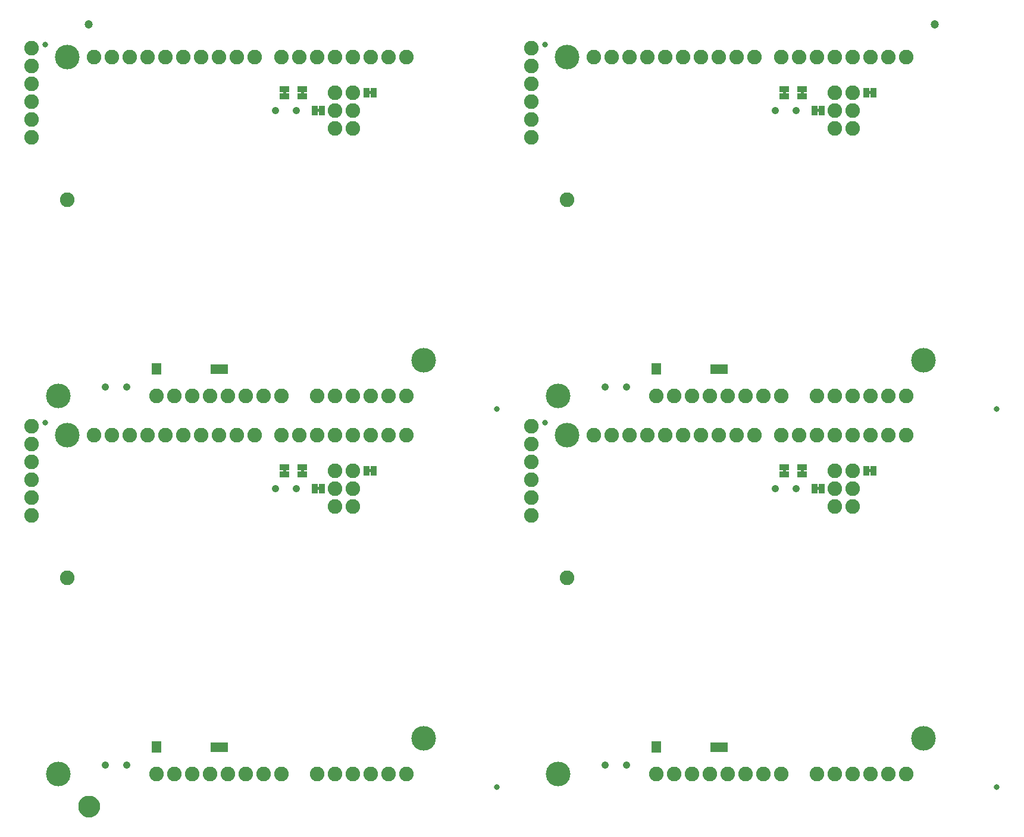
<source format=gbs>
G75*
%MOIN*%
%OFA0B0*%
%FSLAX25Y25*%
%IPPOS*%
%LPD*%
%AMOC8*
5,1,8,0,0,1.08239X$1,22.5*
%
%ADD10C,0.08200*%
%ADD11C,0.04146*%
%ADD12R,0.05800X0.03300*%
%ADD13C,0.00500*%
%ADD14R,0.03300X0.05800*%
%ADD15C,0.13800*%
%ADD16C,0.03300*%
%ADD17C,0.04737*%
%ADD18C,0.05000*%
%ADD19C,0.06706*%
D10*
X0137524Y0038500D03*
X0147524Y0038500D03*
X0157524Y0038500D03*
X0167524Y0038500D03*
X0177524Y0038500D03*
X0187524Y0038500D03*
X0197524Y0038500D03*
X0207524Y0038500D03*
X0227524Y0038500D03*
X0237524Y0038500D03*
X0247524Y0038500D03*
X0257524Y0038500D03*
X0267524Y0038500D03*
X0277524Y0038500D03*
X0417524Y0038500D03*
X0427524Y0038500D03*
X0437524Y0038500D03*
X0447524Y0038500D03*
X0457524Y0038500D03*
X0467524Y0038500D03*
X0477524Y0038500D03*
X0487524Y0038500D03*
X0507524Y0038500D03*
X0517524Y0038500D03*
X0527524Y0038500D03*
X0537524Y0038500D03*
X0547524Y0038500D03*
X0557524Y0038500D03*
X0367524Y0148500D03*
X0347524Y0183500D03*
X0347524Y0193500D03*
X0347524Y0203500D03*
X0347524Y0213500D03*
X0347524Y0223500D03*
X0347524Y0233500D03*
X0382524Y0228500D03*
X0392524Y0228500D03*
X0402524Y0228500D03*
X0412524Y0228500D03*
X0422524Y0228500D03*
X0432524Y0228500D03*
X0442524Y0228500D03*
X0452524Y0228500D03*
X0462524Y0228500D03*
X0472524Y0228500D03*
X0487524Y0228500D03*
X0497524Y0228500D03*
X0507524Y0228500D03*
X0517524Y0228500D03*
X0527524Y0228500D03*
X0537524Y0228500D03*
X0547524Y0228500D03*
X0557524Y0228500D03*
X0557524Y0250500D03*
X0547524Y0250500D03*
X0537524Y0250500D03*
X0527524Y0250500D03*
X0517524Y0250500D03*
X0507524Y0250500D03*
X0487524Y0250500D03*
X0477524Y0250500D03*
X0467524Y0250500D03*
X0457524Y0250500D03*
X0447524Y0250500D03*
X0437524Y0250500D03*
X0427524Y0250500D03*
X0417524Y0250500D03*
X0517524Y0208500D03*
X0527524Y0208500D03*
X0527524Y0198500D03*
X0517524Y0198500D03*
X0517524Y0188500D03*
X0527524Y0188500D03*
X0277524Y0228500D03*
X0267524Y0228500D03*
X0257524Y0228500D03*
X0247524Y0228500D03*
X0237524Y0228500D03*
X0227524Y0228500D03*
X0217524Y0228500D03*
X0207524Y0228500D03*
X0192524Y0228500D03*
X0182524Y0228500D03*
X0172524Y0228500D03*
X0162524Y0228500D03*
X0152524Y0228500D03*
X0142524Y0228500D03*
X0132524Y0228500D03*
X0122524Y0228500D03*
X0112524Y0228500D03*
X0102524Y0228500D03*
X0067524Y0223500D03*
X0067524Y0213500D03*
X0067524Y0203500D03*
X0067524Y0193500D03*
X0067524Y0183500D03*
X0087524Y0148500D03*
X0067524Y0233500D03*
X0137524Y0250500D03*
X0147524Y0250500D03*
X0157524Y0250500D03*
X0167524Y0250500D03*
X0177524Y0250500D03*
X0187524Y0250500D03*
X0197524Y0250500D03*
X0207524Y0250500D03*
X0227524Y0250500D03*
X0237524Y0250500D03*
X0247524Y0250500D03*
X0257524Y0250500D03*
X0267524Y0250500D03*
X0277524Y0250500D03*
X0247524Y0208500D03*
X0247524Y0198500D03*
X0247524Y0188500D03*
X0237524Y0188500D03*
X0237524Y0198500D03*
X0237524Y0208500D03*
X0367524Y0360500D03*
X0347524Y0395500D03*
X0347524Y0405500D03*
X0347524Y0415500D03*
X0347524Y0425500D03*
X0347524Y0435500D03*
X0347524Y0445500D03*
X0382524Y0440500D03*
X0392524Y0440500D03*
X0402524Y0440500D03*
X0412524Y0440500D03*
X0422524Y0440500D03*
X0432524Y0440500D03*
X0442524Y0440500D03*
X0452524Y0440500D03*
X0462524Y0440500D03*
X0472524Y0440500D03*
X0487524Y0440500D03*
X0497524Y0440500D03*
X0507524Y0440500D03*
X0517524Y0440500D03*
X0527524Y0440500D03*
X0537524Y0440500D03*
X0547524Y0440500D03*
X0557524Y0440500D03*
X0527524Y0420500D03*
X0517524Y0420500D03*
X0517524Y0410500D03*
X0527524Y0410500D03*
X0527524Y0400500D03*
X0517524Y0400500D03*
X0277524Y0440500D03*
X0267524Y0440500D03*
X0257524Y0440500D03*
X0247524Y0440500D03*
X0237524Y0440500D03*
X0227524Y0440500D03*
X0217524Y0440500D03*
X0207524Y0440500D03*
X0192524Y0440500D03*
X0182524Y0440500D03*
X0172524Y0440500D03*
X0162524Y0440500D03*
X0152524Y0440500D03*
X0142524Y0440500D03*
X0132524Y0440500D03*
X0122524Y0440500D03*
X0112524Y0440500D03*
X0102524Y0440500D03*
X0067524Y0435500D03*
X0067524Y0425500D03*
X0067524Y0415500D03*
X0067524Y0405500D03*
X0067524Y0395500D03*
X0087524Y0360500D03*
X0067524Y0445500D03*
X0237524Y0420500D03*
X0247524Y0420500D03*
X0247524Y0410500D03*
X0247524Y0400500D03*
X0237524Y0400500D03*
X0237524Y0410500D03*
D11*
X0215929Y0410500D03*
X0204118Y0410500D03*
X0120629Y0255500D03*
X0108818Y0255500D03*
X0204118Y0198500D03*
X0215929Y0198500D03*
X0388818Y0255500D03*
X0400629Y0255500D03*
X0484118Y0198500D03*
X0495929Y0198500D03*
X0400629Y0043500D03*
X0388818Y0043500D03*
X0120629Y0043500D03*
X0108818Y0043500D03*
X0484118Y0410500D03*
X0495929Y0410500D03*
D12*
X0499256Y0418500D03*
X0499256Y0422500D03*
X0489256Y0422500D03*
X0489256Y0418500D03*
X0417524Y0267100D03*
X0417524Y0263900D03*
X0489256Y0210500D03*
X0489256Y0206500D03*
X0499256Y0206500D03*
X0499256Y0210500D03*
X0417524Y0055100D03*
X0417524Y0051900D03*
X0219256Y0206500D03*
X0219256Y0210500D03*
X0209256Y0210500D03*
X0209256Y0206500D03*
X0137524Y0263900D03*
X0137524Y0267100D03*
X0209256Y0418500D03*
X0209256Y0422500D03*
X0219256Y0422500D03*
X0219256Y0418500D03*
X0137524Y0055100D03*
X0137524Y0051900D03*
D13*
X0227274Y0198000D02*
X0227274Y0199000D01*
X0228774Y0199000D01*
X0228774Y0198000D01*
X0227274Y0198000D01*
X0227274Y0198492D02*
X0228774Y0198492D01*
X0228774Y0198991D02*
X0227274Y0198991D01*
X0219756Y0207750D02*
X0219756Y0209250D01*
X0218756Y0209250D01*
X0218756Y0207750D01*
X0219756Y0207750D01*
X0219756Y0207964D02*
X0218756Y0207964D01*
X0218756Y0208463D02*
X0219756Y0208463D01*
X0219756Y0208961D02*
X0218756Y0208961D01*
X0209756Y0208961D02*
X0208756Y0208961D01*
X0208756Y0209250D02*
X0209756Y0209250D01*
X0209756Y0207750D01*
X0208756Y0207750D01*
X0208756Y0209250D01*
X0208756Y0208463D02*
X0209756Y0208463D01*
X0209756Y0207964D02*
X0208756Y0207964D01*
X0256274Y0208000D02*
X0257774Y0208000D01*
X0257774Y0209000D01*
X0256274Y0209000D01*
X0256274Y0208000D01*
X0256274Y0208463D02*
X0257774Y0208463D01*
X0257774Y0208961D02*
X0256274Y0208961D01*
X0488756Y0208961D02*
X0489756Y0208961D01*
X0489756Y0209250D02*
X0488756Y0209250D01*
X0488756Y0207750D01*
X0489756Y0207750D01*
X0489756Y0209250D01*
X0489756Y0208463D02*
X0488756Y0208463D01*
X0488756Y0207964D02*
X0489756Y0207964D01*
X0498756Y0207964D02*
X0499756Y0207964D01*
X0499756Y0207750D02*
X0499756Y0209250D01*
X0498756Y0209250D01*
X0498756Y0207750D01*
X0499756Y0207750D01*
X0499756Y0208463D02*
X0498756Y0208463D01*
X0498756Y0208961D02*
X0499756Y0208961D01*
X0507274Y0199000D02*
X0507274Y0198000D01*
X0508774Y0198000D01*
X0508774Y0199000D01*
X0507274Y0199000D01*
X0507274Y0198991D02*
X0508774Y0198991D01*
X0508774Y0198492D02*
X0507274Y0198492D01*
X0536274Y0208000D02*
X0537774Y0208000D01*
X0537774Y0209000D01*
X0536274Y0209000D01*
X0536274Y0208000D01*
X0536274Y0208463D02*
X0537774Y0208463D01*
X0537774Y0208961D02*
X0536274Y0208961D01*
X0508774Y0410000D02*
X0508774Y0411000D01*
X0507274Y0411000D01*
X0507274Y0410000D01*
X0508774Y0410000D01*
X0508774Y0410360D02*
X0507274Y0410360D01*
X0507274Y0410858D02*
X0508774Y0410858D01*
X0499756Y0419750D02*
X0498756Y0419750D01*
X0498756Y0421250D01*
X0499756Y0421250D01*
X0499756Y0419750D01*
X0499756Y0419831D02*
X0498756Y0419831D01*
X0498756Y0420330D02*
X0499756Y0420330D01*
X0499756Y0420828D02*
X0498756Y0420828D01*
X0489756Y0420828D02*
X0488756Y0420828D01*
X0488756Y0421250D02*
X0489756Y0421250D01*
X0489756Y0419750D01*
X0488756Y0419750D01*
X0488756Y0421250D01*
X0488756Y0420330D02*
X0489756Y0420330D01*
X0489756Y0419831D02*
X0488756Y0419831D01*
X0536274Y0420000D02*
X0537774Y0420000D01*
X0537774Y0421000D01*
X0536274Y0421000D01*
X0536274Y0420000D01*
X0536274Y0420330D02*
X0537774Y0420330D01*
X0537774Y0420828D02*
X0536274Y0420828D01*
X0257774Y0420828D02*
X0256274Y0420828D01*
X0256274Y0421000D02*
X0256274Y0420000D01*
X0257774Y0420000D01*
X0257774Y0421000D01*
X0256274Y0421000D01*
X0256274Y0420330D02*
X0257774Y0420330D01*
X0228774Y0411000D02*
X0227274Y0411000D01*
X0227274Y0410000D01*
X0228774Y0410000D01*
X0228774Y0411000D01*
X0228774Y0410858D02*
X0227274Y0410858D01*
X0227274Y0410360D02*
X0228774Y0410360D01*
X0219756Y0419750D02*
X0219756Y0421250D01*
X0218756Y0421250D01*
X0218756Y0419750D01*
X0219756Y0419750D01*
X0219756Y0419831D02*
X0218756Y0419831D01*
X0218756Y0420330D02*
X0219756Y0420330D01*
X0219756Y0420828D02*
X0218756Y0420828D01*
X0209756Y0420828D02*
X0208756Y0420828D01*
X0208756Y0421250D02*
X0209756Y0421250D01*
X0209756Y0419750D01*
X0208756Y0419750D01*
X0208756Y0421250D01*
X0208756Y0420330D02*
X0209756Y0420330D01*
X0209756Y0419831D02*
X0208756Y0419831D01*
D14*
X0226024Y0410500D03*
X0230024Y0410500D03*
X0255024Y0420500D03*
X0259024Y0420500D03*
X0175724Y0265500D03*
X0172524Y0265500D03*
X0169324Y0265500D03*
X0255024Y0208500D03*
X0259024Y0208500D03*
X0230024Y0198500D03*
X0226024Y0198500D03*
X0175724Y0053500D03*
X0172524Y0053500D03*
X0169324Y0053500D03*
X0449324Y0053500D03*
X0452524Y0053500D03*
X0455724Y0053500D03*
X0506024Y0198500D03*
X0510024Y0198500D03*
X0535024Y0208500D03*
X0539024Y0208500D03*
X0455724Y0265500D03*
X0452524Y0265500D03*
X0449324Y0265500D03*
X0506024Y0410500D03*
X0510024Y0410500D03*
X0535024Y0420500D03*
X0539024Y0420500D03*
D15*
X0082524Y0038500D03*
X0287024Y0058500D03*
X0362524Y0038500D03*
X0567024Y0058500D03*
X0367524Y0228500D03*
X0362524Y0250500D03*
X0287024Y0270500D03*
X0087524Y0228500D03*
X0082524Y0250500D03*
X0087524Y0440500D03*
X0367524Y0440500D03*
X0567024Y0270500D03*
D16*
X0608024Y0243000D03*
X0355024Y0235500D03*
X0328024Y0243000D03*
X0075024Y0235500D03*
X0328024Y0031000D03*
X0608024Y0031000D03*
X0355024Y0447500D03*
X0075024Y0447500D03*
D17*
X0099524Y0458750D03*
X0573524Y0458750D03*
D18*
X0095959Y0020250D02*
X0095961Y0020369D01*
X0095967Y0020488D01*
X0095977Y0020607D01*
X0095991Y0020725D01*
X0096009Y0020843D01*
X0096030Y0020960D01*
X0096056Y0021076D01*
X0096086Y0021192D01*
X0096119Y0021306D01*
X0096156Y0021419D01*
X0096197Y0021531D01*
X0096242Y0021642D01*
X0096290Y0021751D01*
X0096342Y0021858D01*
X0096398Y0021963D01*
X0096457Y0022067D01*
X0096519Y0022168D01*
X0096585Y0022268D01*
X0096654Y0022365D01*
X0096726Y0022459D01*
X0096802Y0022552D01*
X0096880Y0022641D01*
X0096961Y0022728D01*
X0097046Y0022813D01*
X0097133Y0022894D01*
X0097222Y0022972D01*
X0097315Y0023048D01*
X0097409Y0023120D01*
X0097506Y0023189D01*
X0097606Y0023255D01*
X0097707Y0023317D01*
X0097811Y0023376D01*
X0097916Y0023432D01*
X0098023Y0023484D01*
X0098132Y0023532D01*
X0098243Y0023577D01*
X0098355Y0023618D01*
X0098468Y0023655D01*
X0098582Y0023688D01*
X0098698Y0023718D01*
X0098814Y0023744D01*
X0098931Y0023765D01*
X0099049Y0023783D01*
X0099167Y0023797D01*
X0099286Y0023807D01*
X0099405Y0023813D01*
X0099524Y0023815D01*
X0099643Y0023813D01*
X0099762Y0023807D01*
X0099881Y0023797D01*
X0099999Y0023783D01*
X0100117Y0023765D01*
X0100234Y0023744D01*
X0100350Y0023718D01*
X0100466Y0023688D01*
X0100580Y0023655D01*
X0100693Y0023618D01*
X0100805Y0023577D01*
X0100916Y0023532D01*
X0101025Y0023484D01*
X0101132Y0023432D01*
X0101237Y0023376D01*
X0101341Y0023317D01*
X0101442Y0023255D01*
X0101542Y0023189D01*
X0101639Y0023120D01*
X0101733Y0023048D01*
X0101826Y0022972D01*
X0101915Y0022894D01*
X0102002Y0022813D01*
X0102087Y0022728D01*
X0102168Y0022641D01*
X0102246Y0022552D01*
X0102322Y0022459D01*
X0102394Y0022365D01*
X0102463Y0022268D01*
X0102529Y0022168D01*
X0102591Y0022067D01*
X0102650Y0021963D01*
X0102706Y0021858D01*
X0102758Y0021751D01*
X0102806Y0021642D01*
X0102851Y0021531D01*
X0102892Y0021419D01*
X0102929Y0021306D01*
X0102962Y0021192D01*
X0102992Y0021076D01*
X0103018Y0020960D01*
X0103039Y0020843D01*
X0103057Y0020725D01*
X0103071Y0020607D01*
X0103081Y0020488D01*
X0103087Y0020369D01*
X0103089Y0020250D01*
X0103087Y0020131D01*
X0103081Y0020012D01*
X0103071Y0019893D01*
X0103057Y0019775D01*
X0103039Y0019657D01*
X0103018Y0019540D01*
X0102992Y0019424D01*
X0102962Y0019308D01*
X0102929Y0019194D01*
X0102892Y0019081D01*
X0102851Y0018969D01*
X0102806Y0018858D01*
X0102758Y0018749D01*
X0102706Y0018642D01*
X0102650Y0018537D01*
X0102591Y0018433D01*
X0102529Y0018332D01*
X0102463Y0018232D01*
X0102394Y0018135D01*
X0102322Y0018041D01*
X0102246Y0017948D01*
X0102168Y0017859D01*
X0102087Y0017772D01*
X0102002Y0017687D01*
X0101915Y0017606D01*
X0101826Y0017528D01*
X0101733Y0017452D01*
X0101639Y0017380D01*
X0101542Y0017311D01*
X0101442Y0017245D01*
X0101341Y0017183D01*
X0101237Y0017124D01*
X0101132Y0017068D01*
X0101025Y0017016D01*
X0100916Y0016968D01*
X0100805Y0016923D01*
X0100693Y0016882D01*
X0100580Y0016845D01*
X0100466Y0016812D01*
X0100350Y0016782D01*
X0100234Y0016756D01*
X0100117Y0016735D01*
X0099999Y0016717D01*
X0099881Y0016703D01*
X0099762Y0016693D01*
X0099643Y0016687D01*
X0099524Y0016685D01*
X0099405Y0016687D01*
X0099286Y0016693D01*
X0099167Y0016703D01*
X0099049Y0016717D01*
X0098931Y0016735D01*
X0098814Y0016756D01*
X0098698Y0016782D01*
X0098582Y0016812D01*
X0098468Y0016845D01*
X0098355Y0016882D01*
X0098243Y0016923D01*
X0098132Y0016968D01*
X0098023Y0017016D01*
X0097916Y0017068D01*
X0097811Y0017124D01*
X0097707Y0017183D01*
X0097606Y0017245D01*
X0097506Y0017311D01*
X0097409Y0017380D01*
X0097315Y0017452D01*
X0097222Y0017528D01*
X0097133Y0017606D01*
X0097046Y0017687D01*
X0096961Y0017772D01*
X0096880Y0017859D01*
X0096802Y0017948D01*
X0096726Y0018041D01*
X0096654Y0018135D01*
X0096585Y0018232D01*
X0096519Y0018332D01*
X0096457Y0018433D01*
X0096398Y0018537D01*
X0096342Y0018642D01*
X0096290Y0018749D01*
X0096242Y0018858D01*
X0096197Y0018969D01*
X0096156Y0019081D01*
X0096119Y0019194D01*
X0096086Y0019308D01*
X0096056Y0019424D01*
X0096030Y0019540D01*
X0096009Y0019657D01*
X0095991Y0019775D01*
X0095977Y0019893D01*
X0095967Y0020012D01*
X0095961Y0020131D01*
X0095959Y0020250D01*
D19*
X0099524Y0020250D03*
M02*

</source>
